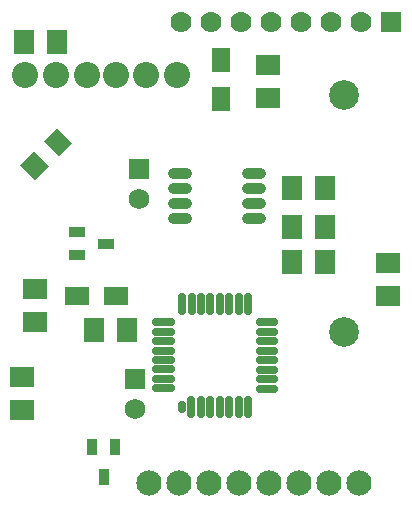
<source format=gts>
G04 ---------------------------- Layer name :TOP SOLDER LAYER*
G04 EasyEDA v5.5.14, Thu, 21 Jun 2018 15:21:40 GMT*
G04 9a38f802714640338dee6b1ee23c8345*
G04 Gerber Generator version 0.2*
G04 Scale: 100 percent, Rotated: No, Reflected: No *
G04 Dimensions in millimeters *
G04 leading zeros omitted , absolute positions ,3 integer and 3 decimal *
%FSLAX33Y33*%
%MOMM*%
G90*
G71D02*

%ADD11C,0.903199*%
%ADD18C,0.653212*%
%ADD22R,1.803400X2.004060*%
%ADD23R,2.004060X1.803400*%
%ADD24R,1.453210X0.903199*%
%ADD25R,0.903199X1.453210*%
%ADD26R,2.019300X1.562100*%
%ADD27R,1.562100X2.019300*%
%ADD28R,1.727200X1.727200*%
%ADD29C,1.727200*%
%ADD30R,1.778000X1.778000*%
%ADD31C,1.778000*%
%ADD32C,2.133600*%
%ADD33C,2.524760*%
%ADD34C,2.203196*%

%LPD*%
G54D18*
G01X18899Y21154D02*
G01X18899Y19954D01*
G01X19699Y21154D02*
G01X19699Y19954D01*
G01X20500Y21154D02*
G01X20500Y19954D01*
G01X21300Y21154D02*
G01X21300Y19954D01*
G01X22097Y21154D02*
G01X22097Y19954D01*
G01X22897Y21154D02*
G01X22897Y19954D01*
G01X23697Y21154D02*
G01X23697Y19954D01*
G01X24498Y21154D02*
G01X24498Y19954D01*
G01X25462Y18979D02*
G01X26662Y18979D01*
G01X25462Y18179D02*
G01X26662Y18179D01*
G01X25462Y17379D02*
G01X26662Y17379D01*
G01X25462Y16579D02*
G01X26662Y16579D01*
G01X25462Y15781D02*
G01X26662Y15781D01*
G01X25462Y14981D02*
G01X26662Y14981D01*
G01X25462Y14181D02*
G01X26662Y14181D01*
G01X25462Y13381D02*
G01X26662Y13381D01*
G01X24487Y12391D02*
G01X24487Y11191D01*
G01X23687Y12391D02*
G01X23687Y11191D01*
G01X22887Y12391D02*
G01X22887Y11191D01*
G01X22087Y12391D02*
G01X22087Y11191D01*
G01X21290Y12391D02*
G01X21290Y11191D01*
G01X20489Y12391D02*
G01X20489Y11191D01*
G01X19689Y12391D02*
G01X19689Y11191D01*
G01X18889Y11966D02*
G01X18889Y11616D01*
G01X16725Y13391D02*
G01X17925Y13391D01*
G01X16725Y14191D02*
G01X17925Y14191D01*
G01X16725Y14991D02*
G01X17925Y14991D01*
G01X16725Y15791D02*
G01X17925Y15791D01*
G01X16725Y16589D02*
G01X17925Y16589D01*
G01X16725Y17389D02*
G01X17925Y17389D01*
G01X16725Y18189D02*
G01X17925Y18189D01*
G01X16725Y18989D02*
G01X17925Y18989D01*
G54D11*
G01X24358Y27799D02*
G01X25458Y27799D01*
G01X24358Y29069D02*
G01X25458Y29069D01*
G01X24358Y30339D02*
G01X25458Y30339D01*
G01X24358Y31609D02*
G01X25458Y31609D01*
G01X18161Y27799D02*
G01X19261Y27799D01*
G01X18161Y29069D02*
G01X19261Y29069D01*
G01X18161Y30339D02*
G01X19261Y30339D01*
G01X18161Y31609D02*
G01X19261Y31609D01*
G54D22*
G01X28204Y30346D03*
G01X30998Y30346D03*
G54D23*
G01X36299Y24048D03*
G01X36299Y21254D03*
G54D22*
G01X28202Y24050D03*
G01X30996Y24050D03*
G01X28202Y27049D03*
G01X30996Y27049D03*
G36*
G01X5210Y32331D02*
G01X6340Y33461D01*
G01X7615Y32189D01*
G01X6482Y31056D01*
G01X5210Y32331D01*
G37*
G36*
G01X7186Y34307D02*
G01X8316Y35438D01*
G01X9589Y34165D01*
G01X8458Y33032D01*
G01X7186Y34307D01*
G37*
G01X11402Y18299D03*
G01X14196Y18299D03*
G54D23*
G01X5348Y14396D03*
G01X5348Y11602D03*
G01X26198Y40747D03*
G01X26198Y37953D03*
G54D24*
G01X12482Y25651D03*
G01X9982Y24701D03*
G01X9982Y26601D03*
G54D25*
G01X12250Y5920D03*
G01X11300Y8420D03*
G01X13200Y8420D03*
G54D28*
G01X15250Y31998D03*
G54D29*
G01X15249Y29459D03*
G54D28*
G01X14950Y14150D03*
G54D29*
G01X14950Y11609D03*
G54D23*
G01X6400Y19001D03*
G01X6400Y21795D03*
G54D22*
G01X8298Y42701D03*
G01X5504Y42701D03*
G54D30*
G01X36619Y44399D03*
G54D31*
G01X34079Y44399D03*
G01X31539Y44399D03*
G01X28999Y44399D03*
G01X26459Y44399D03*
G01X23919Y44399D03*
G01X21379Y44399D03*
G01X18839Y44399D03*
G54D26*
G01X10025Y21174D03*
G01X13302Y21174D03*
G54D27*
G01X22174Y41173D03*
G01X22174Y37897D03*
G54D32*
G01X16104Y5356D03*
G01X18644Y5356D03*
G01X21184Y5356D03*
G01X23724Y5356D03*
G01X26264Y5356D03*
G01X28804Y5356D03*
G01X31344Y5356D03*
G01X33884Y5356D03*
G54D33*
G01X32599Y18199D03*
G01X32599Y38199D03*
G54D34*
G01X18496Y39947D03*
G01X15859Y39947D03*
G01X13341Y39887D03*
G01X10823Y39887D03*
G01X8246Y39887D03*
G01X5608Y39887D03*
M00*
M02*

</source>
